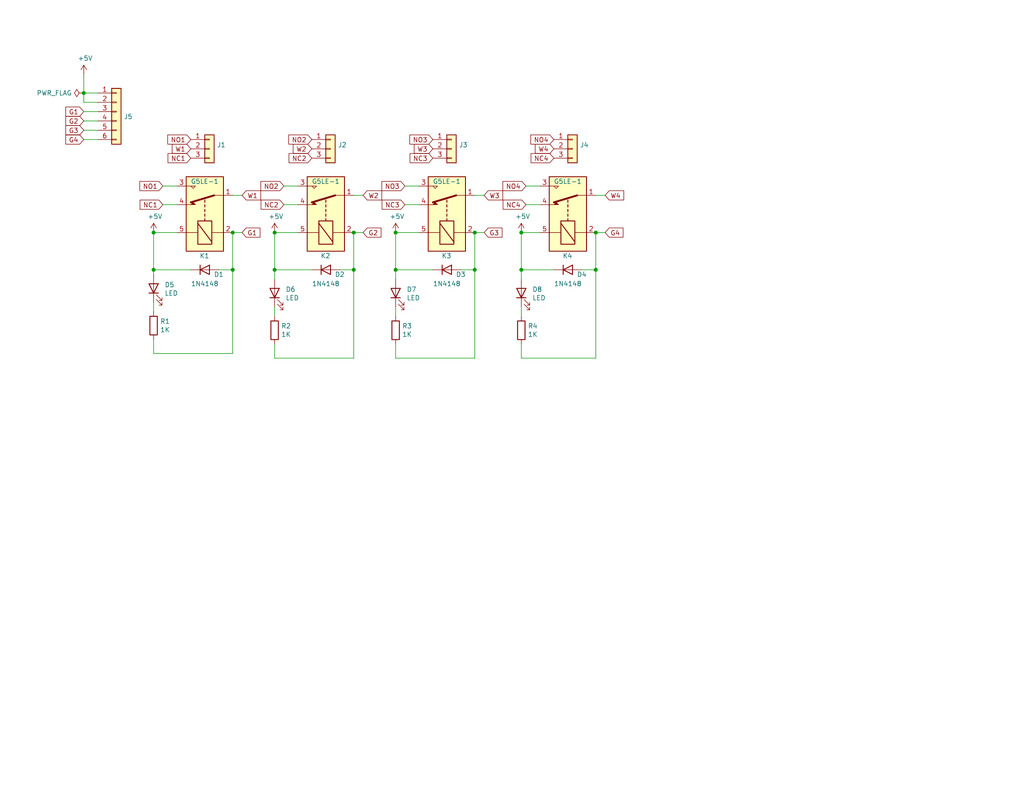
<source format=kicad_sch>
(kicad_sch (version 20211123) (generator eeschema)
  (paper "USLetter")
  (title_block (title "Quad Relay") (date "2020-09-02") (rev "1"))
  (lib_symbols
    (symbol "Connector_Generic:Conn_01x03" (pin_names (offset 1.016) hide)
      (property "Reference" "J" (at 0 5.08 0))
      (property "Value" "Conn_01x03" (at 0 -5.08 0))
      (symbol "Conn_01x03_1_1"
        (rectangle (start -1.27 -2.413) (end 0 -2.667) (stroke (width 0.1524)))
        (rectangle (start -1.27 0.127) (end 0 -0.127) (stroke (width 0.1524)))
        (rectangle (start -1.27 2.667) (end 0 2.413) (stroke (width 0.1524)))
        (rectangle (start -1.27 3.81) (end 1.27 -3.81) (stroke (width 0.254)) (fill (type background)))
        (pin passive line (at -5.08 2.54 0) (length 3.81) (name "Pin_1") (number "1"))
        (pin passive line (at -5.08 0 0) (length 3.81) (name "Pin_2") (number "2"))
        (pin passive line (at -5.08 -2.54 0) (length 3.81) (name "Pin_3") (number "3"))
      )
    )
    (symbol "Connector_Generic:Conn_01x06" (pin_names (offset 1.016) hide)
      (property "Reference" "J" (at 0 7.62 0))
      (property "Value" "Conn_01x06" (at 0 -10.16 0))
      (symbol "Conn_01x06_1_1"
        (rectangle (start -1.27 -7.493) (end 0 -7.747) (stroke (width 0.1524)))
        (rectangle (start -1.27 -4.953) (end 0 -5.207) (stroke (width 0.1524)))
        (rectangle (start -1.27 -2.413) (end 0 -2.667) (stroke (width 0.1524)))
        (rectangle (start -1.27 0.127) (end 0 -0.127) (stroke (width 0.1524)))
        (rectangle (start -1.27 2.667) (end 0 2.413) (stroke (width 0.1524)))
        (rectangle (start -1.27 5.207) (end 0 4.953) (stroke (width 0.1524)))
        (rectangle (start -1.27 6.35) (end 1.27 -8.89) (stroke (width 0.254)) (fill (type background)))
        (pin passive line (at -5.08 5.08 0) (length 3.81) (name "Pin_1") (number "1"))
        (pin passive line (at -5.08 2.54 0) (length 3.81) (name "Pin_2") (number "2"))
        (pin passive line (at -5.08 0 0) (length 3.81) (name "Pin_3") (number "3"))
        (pin passive line (at -5.08 -2.54 0) (length 3.81) (name "Pin_4") (number "4"))
        (pin passive line (at -5.08 -5.08 0) (length 3.81) (name "Pin_5") (number "5"))
        (pin passive line (at -5.08 -7.62 0) (length 3.81) (name "Pin_6") (number "6"))
      )
    )
    (symbol "Device:LED" (pin_numbers hide) (pin_names (offset 1.016) hide)
      (property "Reference" "D" (at 0 2.54 0))
      (property "Value" "LED" (at 0 -2.54 0))
      (symbol "LED_0_1"
        (polyline (pts (xy -1.27 -1.27) (xy -1.27 1.27)) (stroke (width 0.254)))
        (polyline (pts (xy -1.27 0) (xy 1.27 0)))
        (polyline (pts (xy 1.27 -1.27) (xy 1.27 1.27) (xy -1.27 0) (xy 1.27 -1.27)) (stroke (width 0.254)))
        (polyline (pts (xy -3.048 -0.762) (xy -4.572 -2.286) (xy -3.81 -2.286) (xy -4.572 -2.286) (xy -4.572 -1.524)))
        (polyline (pts (xy -1.778 -0.762) (xy -3.302 -2.286) (xy -2.54 -2.286) (xy -3.302 -2.286) (xy -3.302 -1.524)))
      )
      (symbol "LED_1_1"
        (pin passive line (at -3.81 0 0) (length 2.54) (name "K") (number "1"))
        (pin passive line (at 3.81 0 180) (length 2.54) (name "A") (number "2"))
      )
    )
    (symbol "Device:R" (pin_numbers hide) (pin_names (offset 0))
      (property "Reference" "R" (at 2.032 0 90))
      (property "Value" "R" (at 0 0 90))
      (symbol "R_0_1"
        (rectangle (start -1.016 -2.54) (end 1.016 2.54) (stroke (width 0.254)))
      )
      (symbol "R_1_1"
        (pin passive line (at 0 3.81 270) (length 1.27) (name "~") (number "1"))
        (pin passive line (at 0 -3.81 90) (length 1.27) (name "~") (number "2"))
      )
    )
    (symbol "Diode:1N4148" (pin_numbers hide) (pin_names (offset 1.016) hide)
      (property "Reference" "D" (at 0 2.54 0))
      (property "Value" "1N4148" (at 0 -2.54 0))
      (symbol "1N4148_0_1"
        (polyline (pts (xy -1.27 1.27) (xy -1.27 -1.27)) (stroke (width 0.254)))
        (polyline (pts (xy 1.27 0) (xy -1.27 0)))
        (polyline (pts (xy 1.27 1.27) (xy 1.27 -1.27) (xy -1.27 0) (xy 1.27 1.27)) (stroke (width 0.254)))
      )
      (symbol "1N4148_1_1"
        (pin passive line (at -3.81 0 0) (length 2.54) (name "K") (number "1"))
        (pin passive line (at 3.81 0 180) (length 2.54) (name "A") (number "2"))
      )
    )
    (symbol "Relay:G5LE-1"
      (property "Reference" "K" (at 11.43 3.81 0))
      (property "Value" "G5LE-1" (at 11.43 1.27 0))
      (symbol "G5LE-1_0_0"
        (polyline (pts (xy 7.62 5.08) (xy 7.62 2.54) (xy 6.985 3.175) (xy 7.62 3.81)))
      )
      (symbol "G5LE-1_0_1"
        (rectangle (start -10.16 5.08) (end 10.16 -5.08) (stroke (width 0.254)) (fill (type background)))
        (rectangle (start -8.255 1.905) (end -1.905 -1.905) (stroke (width 0.254)))
        (polyline (pts (xy -7.62 -1.905) (xy -2.54 1.905)) (stroke (width 0.254)))
        (polyline (pts (xy -5.08 -5.08) (xy -5.08 -1.905)))
        (polyline (pts (xy -5.08 5.08) (xy -5.08 1.905)))
        (polyline (pts (xy -1.905 0) (xy -1.27 0)) (stroke (width 0.254)))
        (polyline (pts (xy -0.635 0) (xy 0 0)) (stroke (width 0.254)))
        (polyline (pts (xy 0.635 0) (xy 1.27 0)) (stroke (width 0.254)))
        (polyline (pts (xy 1.905 0) (xy 2.54 0)) (stroke (width 0.254)))
        (polyline (pts (xy 3.175 0) (xy 3.81 0)) (stroke (width 0.254)))
        (polyline (pts (xy 5.08 -2.54) (xy 3.175 3.81)) (stroke (width 0.508)))
        (polyline (pts (xy 5.08 -2.54) (xy 5.08 -5.08)))
        (polyline (pts (xy 2.54 5.08) (xy 2.54 2.54) (xy 3.175 3.175) (xy 2.54 3.81)) (fill (type outline)))
      )
      (symbol "G5LE-1_1_1"
        (pin passive line (at 5.08 -7.62 90) (length 2.54) (name "~") (number "1"))
        (pin passive line (at -5.08 -7.62 90) (length 2.54) (name "~") (number "2"))
        (pin passive line (at 7.62 7.62 270) (length 2.54) (name "~") (number "3"))
        (pin passive line (at 2.54 7.62 270) (length 2.54) (name "~") (number "4"))
        (pin passive line (at -5.08 7.62 270) (length 2.54) (name "~") (number "5"))
      )
    )
    (symbol "power:+5V" (power) (pin_names (offset 0))
      (property "Value" "+5V" (at 0 3.556 0))
      (symbol "+5V_0_1"
        (polyline (pts (xy -0.762 1.27) (xy 0 2.54)))
        (polyline (pts (xy 0 0) (xy 0 2.54)))
        (polyline (pts (xy 0 2.54) (xy 0.762 1.27)))
      )
      (symbol "+5V_1_1"
        (pin power_in line (at 0 0 90) (length 0) hide (name "+5V") (number "1"))
      )
    )
    (symbol "power:PWR_FLAG" (power) (pin_numbers hide) (pin_names (offset 0) hide)
      (property "Value" "PWR_FLAG" (at 0 3.81 0))
      (symbol "PWR_FLAG_0_0"
        (pin power_out line (at 0 0 90) (length 0) (name "pwr") (number "1"))
      )
      (symbol "PWR_FLAG_0_1"
        (polyline (pts (xy 0 0) (xy 0 1.27) (xy -1.016 1.905) (xy 0 2.54) (xy 1.016 1.905) (xy 0 1.27)))
      )
    )
  )
  (junction (at 162.56 73.66))
  (junction (at 63.5 63.5))
  (junction (at 142.24 63.5))
  (junction (at 162.56 63.5))
  (junction (at 96.52 73.66))
  (junction (at 129.54 63.5))
  (junction (at 63.5 73.66))
  (junction (at 107.95 63.5))
  (junction (at 74.93 73.66))
  (junction (at 129.54 73.66))
  (junction (at 74.93 63.5))
  (junction (at 22.86 25.4))
  (junction (at 41.91 63.5))
  (junction (at 142.24 73.66))
  (junction (at 41.91 73.66))
  (junction (at 107.95 73.66))
  (junction (at 96.52 63.5))
  (wire (pts (xy 96.52 97.79) (xy 96.52 73.66)))
  (wire (pts (xy 107.95 93.98) (xy 107.95 97.79)))
  (wire (pts (xy 162.56 63.5) (xy 162.56 73.66)))
  (wire (pts (xy 129.54 97.79) (xy 129.54 73.66)))
  (wire (pts (xy 63.5 63.5) (xy 66.04 63.5)))
  (wire (pts (xy 41.91 63.5) (xy 48.26 63.5)))
  (wire (pts (xy 41.91 63.5) (xy 41.91 73.66)))
  (wire (pts (xy 81.28 55.88) (xy 77.47 55.88)))
  (wire (pts (xy 63.5 73.66) (xy 59.69 73.66)))
  (wire (pts (xy 129.54 63.5) (xy 129.54 73.66)))
  (wire (pts (xy 63.5 96.52) (xy 63.5 73.66)))
  (wire (pts (xy 114.3 50.8) (xy 110.49 50.8)))
  (wire (pts (xy 107.95 76.2) (xy 107.95 73.66)))
  (wire (pts (xy 142.24 97.79) (xy 162.56 97.79)))
  (wire (pts (xy 22.86 27.94) (xy 22.86 25.4)))
  (wire (pts (xy 48.26 55.88) (xy 44.45 55.88)))
  (wire (pts (xy 63.5 53.34) (xy 66.04 53.34)))
  (wire (pts (xy 107.95 63.5) (xy 114.3 63.5)))
  (wire (pts (xy 63.5 63.5) (xy 63.5 73.66)))
  (wire (pts (xy 147.32 50.8) (xy 143.51 50.8)))
  (wire (pts (xy 22.86 25.4) (xy 22.86 20.32)))
  (wire (pts (xy 74.93 93.98) (xy 74.93 97.79)))
  (wire (pts (xy 142.24 93.98) (xy 142.24 97.79)))
  (wire (pts (xy 142.24 63.5) (xy 147.32 63.5)))
  (wire (pts (xy 26.67 30.48) (xy 22.86 30.48)))
  (wire (pts (xy 74.93 73.66) (xy 74.93 76.2)))
  (wire (pts (xy 162.56 97.79) (xy 162.56 73.66)))
  (wire (pts (xy 142.24 73.66) (xy 151.13 73.66)))
  (wire (pts (xy 147.32 55.88) (xy 143.51 55.88)))
  (wire (pts (xy 96.52 63.5) (xy 99.06 63.5)))
  (wire (pts (xy 96.52 73.66) (xy 92.71 73.66)))
  (wire (pts (xy 107.95 83.82) (xy 107.95 86.36)))
  (wire (pts (xy 41.91 96.52) (xy 63.5 96.52)))
  (wire (pts (xy 129.54 53.34) (xy 132.08 53.34)))
  (wire (pts (xy 96.52 53.34) (xy 99.06 53.34)))
  (wire (pts (xy 107.95 73.66) (xy 118.11 73.66)))
  (wire (pts (xy 74.93 83.82) (xy 74.93 86.36)))
  (wire (pts (xy 26.67 25.4) (xy 22.86 25.4)))
  (wire (pts (xy 41.91 92.71) (xy 41.91 96.52)))
  (wire (pts (xy 114.3 55.88) (xy 110.49 55.88)))
  (wire (pts (xy 142.24 73.66) (xy 142.24 63.5)))
  (wire (pts (xy 26.67 35.56) (xy 22.86 35.56)))
  (wire (pts (xy 142.24 76.2) (xy 142.24 73.66)))
  (wire (pts (xy 162.56 63.5) (xy 165.1 63.5)))
  (wire (pts (xy 74.93 97.79) (xy 96.52 97.79)))
  (wire (pts (xy 142.24 83.82) (xy 142.24 86.36)))
  (wire (pts (xy 129.54 63.5) (xy 132.08 63.5)))
  (wire (pts (xy 26.67 33.02) (xy 22.86 33.02)))
  (wire (pts (xy 26.67 27.94) (xy 22.86 27.94)))
  (wire (pts (xy 96.52 63.5) (xy 96.52 73.66)))
  (wire (pts (xy 74.93 73.66) (xy 85.09 73.66)))
  (wire (pts (xy 81.28 50.8) (xy 77.47 50.8)))
  (wire (pts (xy 74.93 63.5) (xy 81.28 63.5)))
  (wire (pts (xy 162.56 73.66) (xy 158.75 73.66)))
  (wire (pts (xy 162.56 53.34) (xy 165.1 53.34)))
  (wire (pts (xy 129.54 73.66) (xy 125.73 73.66)))
  (wire (pts (xy 107.95 73.66) (xy 107.95 63.5)))
  (wire (pts (xy 41.91 82.55) (xy 41.91 85.09)))
  (wire (pts (xy 107.95 97.79) (xy 129.54 97.79)))
  (wire (pts (xy 41.91 73.66) (xy 52.07 73.66)))
  (wire (pts (xy 26.67 38.1) (xy 22.86 38.1)))
  (wire (pts (xy 41.91 73.66) (xy 41.91 74.93)))
  (wire (pts (xy 74.93 63.5) (xy 74.93 73.66)))
  (wire (pts (xy 48.26 50.8) (xy 44.45 50.8)))
  (global_label "W2" (shape input) (at 99.06 53.34 0) (property "Intersheet References" "${INTERSHEET_REFS}" (effects hide)))
  (global_label "NC1" (shape input) (at 44.45 55.88 180) (property "Intersheet References" "${INTERSHEET_REFS}" (effects hide)))
  (global_label "W2" (shape input) (at 85.09 40.64 180) (property "Intersheet References" "${INTERSHEET_REFS}" (effects hide)))
  (global_label "NC3" (shape input) (at 110.49 55.88 180) (property "Intersheet References" "${INTERSHEET_REFS}" (effects hide)))
  (global_label "G1" (shape input) (at 22.86 30.48 180) (property "Intersheet References" "${INTERSHEET_REFS}" (effects hide)))
  (global_label "G3" (shape input) (at 22.86 35.56 180) (property "Intersheet References" "${INTERSHEET_REFS}" (effects hide)))
  (global_label "NC2" (shape input) (at 77.47 55.88 180) (property "Intersheet References" "${INTERSHEET_REFS}" (effects hide)))
  (global_label "G2" (shape input) (at 99.06 63.5 0) (property "Intersheet References" "${INTERSHEET_REFS}" (effects hide)))
  (global_label "W4" (shape input) (at 165.1 53.34 0) (property "Intersheet References" "${INTERSHEET_REFS}" (effects hide)))
  (global_label "NO2" (shape input) (at 77.47 50.8 180) (property "Intersheet References" "${INTERSHEET_REFS}" (effects hide)))
  (global_label "W3" (shape input) (at 118.11 40.64 180) (property "Intersheet References" "${INTERSHEET_REFS}" (effects hide)))
  (global_label "NO1" (shape input) (at 44.45 50.8 180) (property "Intersheet References" "${INTERSHEET_REFS}" (effects hide)))
  (global_label "NC3" (shape input) (at 118.11 43.18 180) (property "Intersheet References" "${INTERSHEET_REFS}" (effects hide)))
  (global_label "G2" (shape input) (at 22.86 33.02 180) (property "Intersheet References" "${INTERSHEET_REFS}" (effects hide)))
  (global_label "NO1" (shape input) (at 52.07 38.1 180) (property "Intersheet References" "${INTERSHEET_REFS}" (effects hide)))
  (global_label "NC2" (shape input) (at 85.09 43.18 180) (property "Intersheet References" "${INTERSHEET_REFS}" (effects hide)))
  (global_label "G1" (shape input) (at 66.04 63.5 0) (property "Intersheet References" "${INTERSHEET_REFS}" (effects hide)))
  (global_label "NO3" (shape input) (at 118.11 38.1 180) (property "Intersheet References" "${INTERSHEET_REFS}" (effects hide)))
  (global_label "NO4" (shape input) (at 143.51 50.8 180) (property "Intersheet References" "${INTERSHEET_REFS}" (effects hide)))
  (global_label "NC4" (shape input) (at 143.51 55.88 180) (property "Intersheet References" "${INTERSHEET_REFS}" (effects hide)))
  (global_label "NC4" (shape input) (at 151.13 43.18 180) (property "Intersheet References" "${INTERSHEET_REFS}" (effects hide)))
  (global_label "W1" (shape input) (at 52.07 40.64 180) (property "Intersheet References" "${INTERSHEET_REFS}" (effects hide)))
  (global_label "W1" (shape input) (at 66.04 53.34 0) (property "Intersheet References" "${INTERSHEET_REFS}" (effects hide)))
  (global_label "NC1" (shape input) (at 52.07 43.18 180) (property "Intersheet References" "${INTERSHEET_REFS}" (effects hide)))
  (global_label "W3" (shape input) (at 132.08 53.34 0) (property "Intersheet References" "${INTERSHEET_REFS}" (effects hide)))
  (global_label "G3" (shape input) (at 132.08 63.5 0) (property "Intersheet References" "${INTERSHEET_REFS}" (effects hide)))
  (global_label "G4" (shape input) (at 165.1 63.5 0) (property "Intersheet References" "${INTERSHEET_REFS}" (effects hide)))
  (global_label "NO3" (shape input) (at 110.49 50.8 180) (property "Intersheet References" "${INTERSHEET_REFS}" (effects hide)))
  (global_label "W4" (shape input) (at 151.13 40.64 180) (property "Intersheet References" "${INTERSHEET_REFS}" (effects hide)))
  (global_label "NO4" (shape input) (at 151.13 38.1 180) (property "Intersheet References" "${INTERSHEET_REFS}" (effects hide)))
  (global_label "NO2" (shape input) (at 85.09 38.1 180) (property "Intersheet References" "${INTERSHEET_REFS}" (effects hide)))
  (global_label "G4" (shape input) (at 22.86 38.1 180) (property "Intersheet References" "${INTERSHEET_REFS}" (effects hide)))
  (symbol (lib_id "Relay:G5LE-1") (at 55.88 58.42 90) (unit 1)
    (property "Reference" "K1" (at 57.15 69.85 90) (effects (justify left)))
    (property "Value" "G5LE-1" (at 59.69 49.53 90) (effects (justify left)))
    (property "Footprint" "Relay_THT:Relay_SPDT_Omron-G5LE-1" (effects hide))
    (property "Datasheet" "http://www.omron.com/ecb/products/pdf/en-g5le.pdf" (effects hide))
  )
  (symbol (lib_id "Connector_Generic:Conn_01x03") (at 57.15 40.64 0) (unit 1)
    (property "Reference" "J1" (at 59.182 39.5732 0) (effects (justify left)))
    (property "Value" "Conn_01x03" (effects hide))
    (property "Footprint" "TerminalBlock_Phoenix:TerminalBlock_Phoenix_MKDS-1,5-3-5.08_1x03_P5.08mm_Horizontal" (effects hide))
  )
  (symbol (lib_id "Relay:G5LE-1") (at 88.9 58.42 90) (unit 1)
    (property "Reference" "K2" (at 90.17 69.85 90) (effects (justify left)))
    (property "Value" "G5LE-1" (at 92.71 49.53 90) (effects (justify left)))
    (property "Footprint" "Relay_THT:Relay_SPDT_Omron-G5LE-1" (effects hide))
    (property "Datasheet" "http://www.omron.com/ecb/products/pdf/en-g5le.pdf" (effects hide))
  )
  (symbol (lib_id "Connector_Generic:Conn_01x03") (at 90.17 40.64 0) (unit 1)
    (property "Reference" "J2" (at 92.202 39.5732 0) (effects (justify left)))
    (property "Value" "Conn_01x03" (effects hide))
    (property "Footprint" "TerminalBlock_Phoenix:TerminalBlock_Phoenix_MKDS-1,5-3-5.08_1x03_P5.08mm_Horizontal" (effects hide))
  )
  (symbol (lib_id "Relay:G5LE-1") (at 121.92 58.42 90) (unit 1)
    (property "Reference" "K3" (at 123.19 69.85 90) (effects (justify left)))
    (property "Value" "G5LE-1" (at 125.73 49.53 90) (effects (justify left)))
    (property "Footprint" "Relay_THT:Relay_SPDT_Omron-G5LE-1" (effects hide))
    (property "Datasheet" "http://www.omron.com/ecb/products/pdf/en-g5le.pdf" (effects hide))
  )
  (symbol (lib_id "Connector_Generic:Conn_01x03") (at 123.19 40.64 0) (unit 1)
    (property "Reference" "J3" (at 125.222 39.5732 0) (effects (justify left)))
    (property "Value" "Conn_01x03" (effects hide))
    (property "Footprint" "TerminalBlock_Phoenix:TerminalBlock_Phoenix_MKDS-1,5-3-5.08_1x03_P5.08mm_Horizontal" (effects hide))
  )
  (symbol (lib_id "Relay:G5LE-1") (at 154.94 58.42 90) (unit 1)
    (property "Reference" "K4" (at 156.21 69.85 90) (effects (justify left)))
    (property "Value" "G5LE-1" (at 158.75 49.53 90) (effects (justify left)))
    (property "Footprint" "Relay_THT:Relay_SPDT_Omron-G5LE-1" (effects hide))
    (property "Datasheet" "http://www.omron.com/ecb/products/pdf/en-g5le.pdf" (effects hide))
  )
  (symbol (lib_id "Connector_Generic:Conn_01x03") (at 156.21 40.64 0) (unit 1)
    (property "Reference" "J4" (at 158.242 39.5732 0) (effects (justify left)))
    (property "Value" "Conn_01x03" (effects hide))
    (property "Footprint" "TerminalBlock_Phoenix:TerminalBlock_Phoenix_MKDS-1,5-3-5.08_1x03_P5.08mm_Horizontal" (effects hide))
  )
  (symbol (lib_id "power:PWR_FLAG") (at 22.86 25.4 90) (unit 1)
    (property "Reference" "#FLG0102" (effects hide))
    (property "Value" "PWR_FLAG" (at 19.6342 25.4 90) (effects (justify left)))
  )
  (symbol (lib_id "Diode:1N4148") (at 55.88 73.66 0) (unit 1)
    (property "Reference" "D1" (at 59.69 74.93 0))
    (property "Value" "1N4148" (at 55.88 77.47 0))
    (property "Footprint" "Diode_THT:D_DO-35_SOD27_P7.62mm_Horizontal" (effects hide))
    (property "Datasheet" "https://assets.nexperia.com/documents/data-sheet/1N4148_1N4448.pdf" (effects hide))
  )
  (symbol (lib_id "Device:LED") (at 41.91 78.74 90) (unit 1)
    (property "Reference" "D5" (at 44.9072 77.7494 90) (effects (justify right)))
    (property "Value" "LED" (at 44.9072 80.0608 90) (effects (justify right)))
    (property "Footprint" "LED_THT:LED_D3.0mm" (effects hide))
  )
  (symbol (lib_id "Device:R") (at 41.91 88.9 0) (unit 1)
    (property "Reference" "R1" (at 43.688 87.7316 0) (effects (justify left)))
    (property "Value" "1K" (at 43.688 90.043 0) (effects (justify left)))
    (property "Footprint" "Resistor_THT:R_Axial_DIN0309_L9.0mm_D3.2mm_P5.08mm_Vertical" (effects hide))
  )
  (symbol (lib_id "power:+5V") (at 41.91 63.5 0) (unit 1)
    (property "Reference" "#PWR0101" (effects hide))
    (property "Value" "+5V" (at 42.291 59.1058 0))
  )
  (symbol (lib_id "Connector_Generic:Conn_01x06") (at 31.75 30.48 0) (unit 1)
    (property "Reference" "J5" (at 33.782 31.8516 0) (effects (justify left)))
    (property "Value" "Conn_01x06" (effects hide))
    (property "Footprint" "TerminalBlock_Phoenix:TerminalBlock_Phoenix_MKDS-1,5-6-5.08_1x06_P5.08mm_Horizontal" (effects hide))
  )
  (symbol (lib_id "power:+5V") (at 22.86 20.32 0) (unit 1)
    (property "Reference" "#PWR0103" (effects hide))
    (property "Value" "+5V" (at 23.241 15.9258 0))
  )
  (symbol (lib_id "power:+5V") (at 74.93 63.5 0) (unit 1)
    (property "Reference" "#PWR0104" (effects hide))
    (property "Value" "+5V" (at 75.311 59.1058 0))
  )
  (symbol (lib_id "power:+5V") (at 107.95 63.5 0) (unit 1)
    (property "Reference" "#PWR0105" (effects hide))
    (property "Value" "+5V" (at 108.331 59.1058 0))
  )
  (symbol (lib_id "power:+5V") (at 142.24 63.5 0) (unit 1)
    (property "Reference" "#PWR0106" (effects hide))
    (property "Value" "+5V" (at 142.621 59.1058 0))
  )
  (symbol (lib_id "Diode:1N4148") (at 88.9 73.66 0) (unit 1)
    (property "Reference" "D2" (at 92.71 74.93 0))
    (property "Value" "1N4148" (at 88.9 77.47 0))
    (property "Footprint" "Diode_THT:D_DO-35_SOD27_P7.62mm_Horizontal" (effects hide))
    (property "Datasheet" "https://assets.nexperia.com/documents/data-sheet/1N4148_1N4448.pdf" (effects hide))
  )
  (symbol (lib_id "Diode:1N4148") (at 121.92 73.66 0) (unit 1)
    (property "Reference" "D3" (at 125.73 74.93 0))
    (property "Value" "1N4148" (at 121.92 77.47 0))
    (property "Footprint" "Diode_THT:D_DO-35_SOD27_P7.62mm_Horizontal" (effects hide))
    (property "Datasheet" "https://assets.nexperia.com/documents/data-sheet/1N4148_1N4448.pdf" (effects hide))
  )
  (symbol (lib_id "Diode:1N4148") (at 154.94 73.66 0) (unit 1)
    (property "Reference" "D4" (at 158.75 74.93 0))
    (property "Value" "1N4148" (at 154.94 77.47 0))
    (property "Footprint" "Diode_THT:D_DO-35_SOD27_P7.62mm_Horizontal" (effects hide))
    (property "Datasheet" "https://assets.nexperia.com/documents/data-sheet/1N4148_1N4448.pdf" (effects hide))
  )
  (symbol (lib_id "Device:LED") (at 74.93 80.01 90) (unit 1)
    (property "Reference" "D6" (at 77.9272 79.0194 90) (effects (justify right)))
    (property "Value" "LED" (at 77.9272 81.3308 90) (effects (justify right)))
    (property "Footprint" "LED_THT:LED_D3.0mm" (effects hide))
  )
  (symbol (lib_id "Device:R") (at 74.93 90.17 0) (unit 1)
    (property "Reference" "R2" (at 76.708 89.0016 0) (effects (justify left)))
    (property "Value" "1K" (at 76.708 91.313 0) (effects (justify left)))
    (property "Footprint" "Resistor_THT:R_Axial_DIN0309_L9.0mm_D3.2mm_P5.08mm_Vertical" (effects hide))
  )
  (symbol (lib_id "Device:LED") (at 107.95 80.01 90) (unit 1)
    (property "Reference" "D7" (at 110.9472 79.0194 90) (effects (justify right)))
    (property "Value" "LED" (at 110.9472 81.3308 90) (effects (justify right)))
    (property "Footprint" "LED_THT:LED_D3.0mm" (effects hide))
  )
  (symbol (lib_id "Device:R") (at 107.95 90.17 0) (unit 1)
    (property "Reference" "R3" (at 109.728 89.0016 0) (effects (justify left)))
    (property "Value" "1K" (at 109.728 91.313 0) (effects (justify left)))
    (property "Footprint" "Resistor_THT:R_Axial_DIN0309_L9.0mm_D3.2mm_P5.08mm_Vertical" (effects hide))
  )
  (symbol (lib_id "Device:LED") (at 142.24 80.01 90) (unit 1)
    (property "Reference" "D8" (at 145.2372 79.0194 90) (effects (justify right)))
    (property "Value" "LED" (at 145.2372 81.3308 90) (effects (justify right)))
    (property "Footprint" "LED_THT:LED_D3.0mm" (effects hide))
  )
  (symbol (lib_id "Device:R") (at 142.24 90.17 0) (unit 1)
    (property "Reference" "R4" (at 144.018 89.0016 0) (effects (justify left)))
    (property "Value" "1K" (at 144.018 91.313 0) (effects (justify left)))
    (property "Footprint" "Resistor_THT:R_Axial_DIN0309_L9.0mm_D3.2mm_P5.08mm_Vertical" (effects hide))
  )
)
</source>
